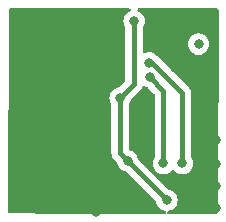
<source format=gbr>
%TF.GenerationSoftware,KiCad,Pcbnew,(6.0.10)*%
%TF.CreationDate,2023-05-18T22:08:56+10:00*%
%TF.ProjectId,DFO,44464f2e-6b69-4636-9164-5f7063625858,rev?*%
%TF.SameCoordinates,Original*%
%TF.FileFunction,Copper,L2,Bot*%
%TF.FilePolarity,Positive*%
%FSLAX46Y46*%
G04 Gerber Fmt 4.6, Leading zero omitted, Abs format (unit mm)*
G04 Created by KiCad (PCBNEW (6.0.10)) date 2023-05-18 22:08:56*
%MOMM*%
%LPD*%
G01*
G04 APERTURE LIST*
%TA.AperFunction,ViaPad*%
%ADD10C,0.800000*%
%TD*%
%TA.AperFunction,Conductor*%
%ADD11C,0.450000*%
%TD*%
%TA.AperFunction,Conductor*%
%ADD12C,0.250000*%
%TD*%
G04 APERTURE END LIST*
D10*
%TO.N,GND*%
X99880000Y-71520000D03*
X108650000Y-71440000D03*
%TO.N,*%
X108760000Y-62950000D03*
%TO.N,GND*%
X100090000Y-77170000D03*
X100950000Y-60940000D03*
X108820000Y-60740000D03*
X110260000Y-74970000D03*
X110250000Y-71110000D03*
X110240000Y-73080000D03*
X98070000Y-60970000D03*
X98050000Y-64350000D03*
X98000000Y-68970000D03*
X97960000Y-76690000D03*
X98010000Y-72270000D03*
%TO.N,+3.3V*%
X102120000Y-67510000D03*
X106080000Y-76170000D03*
X103300000Y-61000000D03*
X102750000Y-72840000D03*
%TO.N,i2c-SCL*%
X107400000Y-73060000D03*
%TO.N,Net-(R1-Pad2)*%
X104580000Y-64550000D03*
%TO.N,Net-(R2-Pad2)*%
X104620000Y-65720000D03*
%TO.N,i2c-SDA*%
X105790000Y-73060000D03*
%TO.N,GND*%
X102050000Y-65400000D03*
X104280000Y-69860000D03*
X106790000Y-64950000D03*
X110210000Y-76850000D03*
X101610000Y-74560000D03*
X108810000Y-73060000D03*
%TD*%
D11*
%TO.N,+3.3V*%
X102750000Y-72840000D02*
X106080000Y-76170000D01*
X102120000Y-72210000D02*
X102750000Y-72840000D01*
X102120000Y-67510000D02*
X103300000Y-66330000D01*
D12*
X102110000Y-67500000D02*
X102120000Y-67510000D01*
D11*
X103300000Y-66330000D02*
X103300000Y-61000000D01*
X102120000Y-67510000D02*
X102120000Y-72210000D01*
%TO.N,i2c-SCL*%
X104840000Y-64550000D02*
X107400000Y-67110000D01*
X107400000Y-67110000D02*
X107400000Y-73060000D01*
X104580000Y-64550000D02*
X104840000Y-64550000D01*
%TO.N,i2c-SDA*%
X105790000Y-66890000D02*
X105790000Y-73060000D01*
X104620000Y-65720000D02*
X105790000Y-66890000D01*
%TD*%
%TA.AperFunction,Conductor*%
%TO.N,GND*%
G36*
X107223332Y-59926508D02*
G01*
X110322786Y-59928160D01*
X110390896Y-59948198D01*
X110437361Y-60001879D01*
X110448718Y-60054709D01*
X110379069Y-75973794D01*
X110373691Y-77202958D01*
X110353391Y-77270991D01*
X110299532Y-77317249D01*
X110247435Y-77328407D01*
X106236739Y-77320241D01*
X106168660Y-77300100D01*
X106122276Y-77246350D01*
X106112315Y-77176055D01*
X106141940Y-77111535D01*
X106201744Y-77073273D01*
X106210795Y-77070995D01*
X106362288Y-77038794D01*
X106368319Y-77036109D01*
X106530722Y-76963803D01*
X106530724Y-76963802D01*
X106536752Y-76961118D01*
X106691253Y-76848866D01*
X106819040Y-76706944D01*
X106914527Y-76541556D01*
X106973542Y-76359928D01*
X106975729Y-76339125D01*
X106992814Y-76176565D01*
X106993504Y-76170000D01*
X106973542Y-75980072D01*
X106914527Y-75798444D01*
X106819040Y-75633056D01*
X106691253Y-75491134D01*
X106536752Y-75378882D01*
X106530724Y-75376198D01*
X106530722Y-75376197D01*
X106368319Y-75303891D01*
X106368318Y-75303891D01*
X106362288Y-75301206D01*
X106254330Y-75278259D01*
X106191433Y-75244107D01*
X103680513Y-72733187D01*
X103646487Y-72670875D01*
X103644298Y-72657264D01*
X103644232Y-72656637D01*
X103643542Y-72650072D01*
X103584527Y-72468444D01*
X103572876Y-72448263D01*
X103533400Y-72379890D01*
X103489040Y-72303056D01*
X103468343Y-72280069D01*
X103365675Y-72166045D01*
X103365674Y-72166044D01*
X103361253Y-72161134D01*
X103206752Y-72048882D01*
X103200724Y-72046198D01*
X103200722Y-72046197D01*
X103038319Y-71973891D01*
X103038318Y-71973891D01*
X103032288Y-71971206D01*
X102953303Y-71954417D01*
X102890829Y-71920688D01*
X102856508Y-71858539D01*
X102853500Y-71831170D01*
X102853500Y-68090301D01*
X102870381Y-68027301D01*
X102951223Y-67887279D01*
X102951224Y-67887278D01*
X102954527Y-67881556D01*
X103013542Y-67699928D01*
X103014232Y-67693365D01*
X103014234Y-67693355D01*
X103014299Y-67692735D01*
X103014437Y-67692400D01*
X103015606Y-67686900D01*
X103016612Y-67687114D01*
X103041313Y-67627079D01*
X103050512Y-67616814D01*
X103772580Y-66894745D01*
X103786994Y-66882358D01*
X103797752Y-66874441D01*
X103803651Y-66870100D01*
X103836631Y-66831280D01*
X103843561Y-66823764D01*
X103848945Y-66818380D01*
X103851208Y-66815519D01*
X103851213Y-66815514D01*
X103865932Y-66796909D01*
X103868721Y-66793507D01*
X103909653Y-66745328D01*
X103909656Y-66745324D01*
X103914392Y-66739749D01*
X103917721Y-66733228D01*
X103920842Y-66728549D01*
X103923778Y-66723795D01*
X103928318Y-66718057D01*
X103958189Y-66654146D01*
X103960099Y-66650239D01*
X103992176Y-66587418D01*
X103993614Y-66581541D01*
X104035793Y-66525083D01*
X104102290Y-66500209D01*
X104162009Y-66513900D01*
X104163248Y-66511118D01*
X104328856Y-66584851D01*
X104337712Y-66588794D01*
X104439825Y-66610499D01*
X104445668Y-66611741D01*
X104508566Y-66645892D01*
X105019595Y-67156920D01*
X105053620Y-67219233D01*
X105056500Y-67246016D01*
X105056500Y-72479699D01*
X105039619Y-72542699D01*
X104955473Y-72688444D01*
X104896458Y-72870072D01*
X104876496Y-73060000D01*
X104896458Y-73249928D01*
X104955473Y-73431556D01*
X105050960Y-73596944D01*
X105178747Y-73738866D01*
X105333248Y-73851118D01*
X105339276Y-73853802D01*
X105339278Y-73853803D01*
X105501681Y-73926109D01*
X105507712Y-73928794D01*
X105601113Y-73948647D01*
X105688056Y-73967128D01*
X105688061Y-73967128D01*
X105694513Y-73968500D01*
X105885487Y-73968500D01*
X105891939Y-73967128D01*
X105891944Y-73967128D01*
X105978887Y-73948647D01*
X106072288Y-73928794D01*
X106078319Y-73926109D01*
X106240722Y-73853803D01*
X106240724Y-73853802D01*
X106246752Y-73851118D01*
X106401253Y-73738866D01*
X106501365Y-73627681D01*
X106561810Y-73590441D01*
X106632793Y-73591793D01*
X106688635Y-73627681D01*
X106788747Y-73738866D01*
X106943248Y-73851118D01*
X106949276Y-73853802D01*
X106949278Y-73853803D01*
X107111681Y-73926109D01*
X107117712Y-73928794D01*
X107211113Y-73948647D01*
X107298056Y-73967128D01*
X107298061Y-73967128D01*
X107304513Y-73968500D01*
X107495487Y-73968500D01*
X107501939Y-73967128D01*
X107501944Y-73967128D01*
X107588887Y-73948647D01*
X107682288Y-73928794D01*
X107688319Y-73926109D01*
X107850722Y-73853803D01*
X107850724Y-73853802D01*
X107856752Y-73851118D01*
X108011253Y-73738866D01*
X108139040Y-73596944D01*
X108234527Y-73431556D01*
X108293542Y-73249928D01*
X108313504Y-73060000D01*
X108293542Y-72870072D01*
X108234527Y-72688444D01*
X108150381Y-72542699D01*
X108133500Y-72479699D01*
X108133500Y-67175174D01*
X108134933Y-67156223D01*
X108136944Y-67143007D01*
X108136944Y-67143004D01*
X108138044Y-67135774D01*
X108133915Y-67085013D01*
X108133500Y-67074798D01*
X108133500Y-67067174D01*
X108130324Y-67039934D01*
X108129895Y-67035594D01*
X108124771Y-66972593D01*
X108124770Y-66972589D01*
X108124177Y-66965296D01*
X108121921Y-66958332D01*
X108120819Y-66952817D01*
X108119533Y-66947378D01*
X108118686Y-66940110D01*
X108116189Y-66933232D01*
X108116188Y-66933226D01*
X108094618Y-66873803D01*
X108093208Y-66869700D01*
X108071465Y-66802580D01*
X108067665Y-66796317D01*
X108065322Y-66791201D01*
X108062824Y-66786212D01*
X108060327Y-66779333D01*
X108021661Y-66720357D01*
X108019315Y-66716639D01*
X107985647Y-66661157D01*
X107982733Y-66656355D01*
X107975571Y-66648245D01*
X107975588Y-66648230D01*
X107972655Y-66644921D01*
X107970558Y-66642413D01*
X107966546Y-66636294D01*
X107912242Y-66584851D01*
X107909800Y-66582474D01*
X105404748Y-64077423D01*
X105392361Y-64063010D01*
X105384441Y-64052248D01*
X105380100Y-64046349D01*
X105341280Y-64013369D01*
X105333764Y-64006439D01*
X105328380Y-64001055D01*
X105325519Y-63998792D01*
X105325514Y-63998787D01*
X105306909Y-63984068D01*
X105303508Y-63981279D01*
X105254281Y-63939458D01*
X105242228Y-63927748D01*
X105191253Y-63871134D01*
X105171976Y-63857128D01*
X105042094Y-63762763D01*
X105042093Y-63762762D01*
X105036752Y-63758882D01*
X105030724Y-63756198D01*
X105030722Y-63756197D01*
X104868319Y-63683891D01*
X104868318Y-63683891D01*
X104862288Y-63681206D01*
X104768887Y-63661353D01*
X104681944Y-63642872D01*
X104681939Y-63642872D01*
X104675487Y-63641500D01*
X104484513Y-63641500D01*
X104478061Y-63642872D01*
X104478056Y-63642872D01*
X104391113Y-63661353D01*
X104297712Y-63681206D01*
X104291685Y-63683889D01*
X104291677Y-63683892D01*
X104210748Y-63719924D01*
X104140381Y-63729358D01*
X104076084Y-63699251D01*
X104038271Y-63639162D01*
X104033500Y-63604817D01*
X104033500Y-62950000D01*
X107846496Y-62950000D01*
X107866458Y-63139928D01*
X107925473Y-63321556D01*
X108020960Y-63486944D01*
X108148747Y-63628866D01*
X108303248Y-63741118D01*
X108309276Y-63743802D01*
X108309278Y-63743803D01*
X108471681Y-63816109D01*
X108477712Y-63818794D01*
X108571113Y-63838647D01*
X108658056Y-63857128D01*
X108658061Y-63857128D01*
X108664513Y-63858500D01*
X108855487Y-63858500D01*
X108861939Y-63857128D01*
X108861944Y-63857128D01*
X108948887Y-63838647D01*
X109042288Y-63818794D01*
X109048319Y-63816109D01*
X109210722Y-63743803D01*
X109210724Y-63743802D01*
X109216752Y-63741118D01*
X109371253Y-63628866D01*
X109499040Y-63486944D01*
X109594527Y-63321556D01*
X109653542Y-63139928D01*
X109673504Y-62950000D01*
X109653542Y-62760072D01*
X109594527Y-62578444D01*
X109499040Y-62413056D01*
X109371253Y-62271134D01*
X109216752Y-62158882D01*
X109210724Y-62156198D01*
X109210722Y-62156197D01*
X109048319Y-62083891D01*
X109048318Y-62083891D01*
X109042288Y-62081206D01*
X108948888Y-62061353D01*
X108861944Y-62042872D01*
X108861939Y-62042872D01*
X108855487Y-62041500D01*
X108664513Y-62041500D01*
X108658061Y-62042872D01*
X108658056Y-62042872D01*
X108571112Y-62061353D01*
X108477712Y-62081206D01*
X108471682Y-62083891D01*
X108471681Y-62083891D01*
X108309278Y-62156197D01*
X108309276Y-62156198D01*
X108303248Y-62158882D01*
X108148747Y-62271134D01*
X108020960Y-62413056D01*
X107925473Y-62578444D01*
X107866458Y-62760072D01*
X107846496Y-62950000D01*
X104033500Y-62950000D01*
X104033500Y-61580301D01*
X104050381Y-61517301D01*
X104131223Y-61377279D01*
X104131224Y-61377278D01*
X104134527Y-61371556D01*
X104193542Y-61189928D01*
X104213504Y-61000000D01*
X104193542Y-60810072D01*
X104134527Y-60628444D01*
X104039040Y-60463056D01*
X103911253Y-60321134D01*
X103756752Y-60208882D01*
X103750724Y-60206198D01*
X103750722Y-60206197D01*
X103659859Y-60165742D01*
X103605763Y-60119761D01*
X103585114Y-60051834D01*
X103604467Y-59983526D01*
X103657677Y-59936525D01*
X103711173Y-59924635D01*
X107223332Y-59926508D01*
G37*
%TD.AperFunction*%
%TA.AperFunction,Conductor*%
G36*
X102889943Y-59924198D02*
G01*
X102958053Y-59944236D01*
X103004518Y-59997917D01*
X103014584Y-60068196D01*
X102985056Y-60132761D01*
X102941124Y-60165305D01*
X102849281Y-60206195D01*
X102849274Y-60206199D01*
X102843248Y-60208882D01*
X102688747Y-60321134D01*
X102560960Y-60463056D01*
X102465473Y-60628444D01*
X102406458Y-60810072D01*
X102386496Y-61000000D01*
X102406458Y-61189928D01*
X102465473Y-61371556D01*
X102468776Y-61377278D01*
X102468777Y-61377279D01*
X102549619Y-61517301D01*
X102566500Y-61580301D01*
X102566500Y-65973983D01*
X102546498Y-66042104D01*
X102529596Y-66063078D01*
X102008568Y-66584107D01*
X101945669Y-66618259D01*
X101837712Y-66641206D01*
X101831682Y-66643891D01*
X101831681Y-66643891D01*
X101669278Y-66716197D01*
X101669276Y-66716198D01*
X101663248Y-66718882D01*
X101657907Y-66722762D01*
X101657906Y-66722763D01*
X101634527Y-66739749D01*
X101508747Y-66831134D01*
X101380960Y-66973056D01*
X101285473Y-67138444D01*
X101226458Y-67320072D01*
X101206496Y-67510000D01*
X101226458Y-67699928D01*
X101285473Y-67881556D01*
X101288776Y-67887278D01*
X101288777Y-67887279D01*
X101369619Y-68027301D01*
X101386500Y-68090301D01*
X101386500Y-72144834D01*
X101385067Y-72163783D01*
X101381957Y-72184227D01*
X101382550Y-72191519D01*
X101382550Y-72191522D01*
X101386085Y-72234979D01*
X101386500Y-72245194D01*
X101386500Y-72252826D01*
X101386922Y-72256445D01*
X101386923Y-72256464D01*
X101389675Y-72280069D01*
X101390107Y-72284435D01*
X101395823Y-72354704D01*
X101398081Y-72361673D01*
X101399184Y-72367193D01*
X101400466Y-72372618D01*
X101401314Y-72379890D01*
X101403811Y-72386769D01*
X101425382Y-72446196D01*
X101426810Y-72450356D01*
X101446280Y-72510458D01*
X101446282Y-72510462D01*
X101448536Y-72517420D01*
X101452330Y-72523672D01*
X101454672Y-72528788D01*
X101457176Y-72533789D01*
X101459673Y-72540667D01*
X101463683Y-72546784D01*
X101463686Y-72546789D01*
X101498347Y-72599654D01*
X101500695Y-72603376D01*
X101537267Y-72663645D01*
X101540979Y-72667848D01*
X101544429Y-72671755D01*
X101544412Y-72671770D01*
X101547346Y-72675080D01*
X101549442Y-72677587D01*
X101553454Y-72683706D01*
X101558766Y-72688738D01*
X101607776Y-72735166D01*
X101610218Y-72737544D01*
X101819488Y-72946814D01*
X101853514Y-73009126D01*
X101855702Y-73022735D01*
X101856458Y-73029928D01*
X101915473Y-73211556D01*
X102010960Y-73376944D01*
X102138747Y-73518866D01*
X102293248Y-73631118D01*
X102299276Y-73633802D01*
X102299278Y-73633803D01*
X102461681Y-73706109D01*
X102467712Y-73708794D01*
X102575670Y-73731741D01*
X102638567Y-73765893D01*
X105149487Y-76276813D01*
X105183513Y-76339125D01*
X105185702Y-76352736D01*
X105186458Y-76359928D01*
X105245473Y-76541556D01*
X105340960Y-76706944D01*
X105468747Y-76848866D01*
X105623248Y-76961118D01*
X105629276Y-76963802D01*
X105629278Y-76963803D01*
X105791681Y-77036109D01*
X105797712Y-77038794D01*
X105804164Y-77040166D01*
X105804169Y-77040167D01*
X105946164Y-77070349D01*
X106008638Y-77104078D01*
X106042959Y-77166227D01*
X106038231Y-77237066D01*
X105995955Y-77294104D01*
X105929553Y-77319231D01*
X105919718Y-77319596D01*
X96999508Y-77301434D01*
X92757025Y-77292796D01*
X92688946Y-77272655D01*
X92642562Y-77218905D01*
X92631283Y-77166244D01*
X92706351Y-60044285D01*
X92726652Y-59976252D01*
X92780511Y-59929995D01*
X92832417Y-59918837D01*
X102889943Y-59924198D01*
G37*
%TD.AperFunction*%
%TD*%
M02*

</source>
